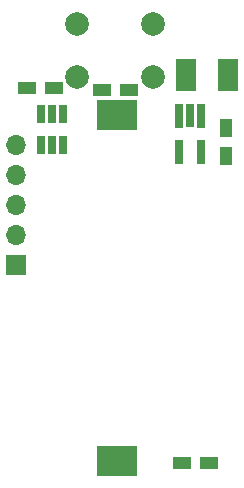
<source format=gbr>
G04 #@! TF.GenerationSoftware,KiCad,Pcbnew,(5.1.9)-1*
G04 #@! TF.CreationDate,2021-03-01T14:17:27+01:00*
G04 #@! TF.ProjectId,button timer v1.2.3_Coin_Cell[TPL5111],62757474-6f6e-4207-9469-6d6572207631,rev?*
G04 #@! TF.SameCoordinates,Original*
G04 #@! TF.FileFunction,Soldermask,Bot*
G04 #@! TF.FilePolarity,Negative*
%FSLAX46Y46*%
G04 Gerber Fmt 4.6, Leading zero omitted, Abs format (unit mm)*
G04 Created by KiCad (PCBNEW (5.1.9)-1) date 2021-03-01 14:17:27*
%MOMM*%
%LPD*%
G01*
G04 APERTURE LIST*
%ADD10R,0.650000X2.000000*%
%ADD11C,0.150000*%
%ADD12R,0.650000X1.500000*%
%ADD13R,1.100000X1.500000*%
%ADD14R,1.500000X1.100000*%
%ADD15C,2.000000*%
%ADD16O,1.700000X1.700000*%
%ADD17R,1.700000X1.700000*%
%ADD18R,1.778000X2.794000*%
%ADD19R,3.510000X2.540000*%
G04 APERTURE END LIST*
D10*
G04 #@! TO.C,U1*
X130980000Y-67220000D03*
X132880000Y-67220000D03*
X132880000Y-64170000D03*
D11*
G36*
X131605000Y-63170000D02*
G01*
X132255000Y-63170000D01*
X132255000Y-65170000D01*
X131605000Y-65170000D01*
X131605000Y-63170000D01*
G37*
D10*
X130980000Y-64170000D03*
G04 #@! TD*
D12*
G04 #@! TO.C,U3*
X120270000Y-66640000D03*
X119320000Y-66640000D03*
X121220000Y-66640000D03*
X121220000Y-64040000D03*
X120270000Y-64040000D03*
X119320000Y-64040000D03*
G04 #@! TD*
D13*
G04 #@! TO.C,C3*
X135000000Y-65250000D03*
X135000000Y-67550000D03*
G04 #@! TD*
D14*
G04 #@! TO.C,C5*
X118100000Y-61870000D03*
X120400000Y-61870000D03*
G04 #@! TD*
G04 #@! TO.C,C1*
X126820000Y-62010000D03*
X124520000Y-62010000D03*
G04 #@! TD*
G04 #@! TO.C,C2*
X133534800Y-93599000D03*
X131234800Y-93599000D03*
G04 #@! TD*
D15*
G04 #@! TO.C,SW1*
X128850000Y-56380000D03*
X128850000Y-60880000D03*
X122350000Y-56380000D03*
X122350000Y-60880000D03*
G04 #@! TD*
D16*
G04 #@! TO.C,J1*
X117200000Y-66640000D03*
X117200000Y-69180000D03*
X117200000Y-71720000D03*
X117200000Y-74260000D03*
D17*
X117200000Y-76800000D03*
G04 #@! TD*
D18*
G04 #@! TO.C,L1*
X131632000Y-60690000D03*
X135188000Y-60690000D03*
G04 #@! TD*
D19*
G04 #@! TO.C,BT1*
X125780800Y-93444200D03*
X125780800Y-64084200D03*
G04 #@! TD*
M02*

</source>
